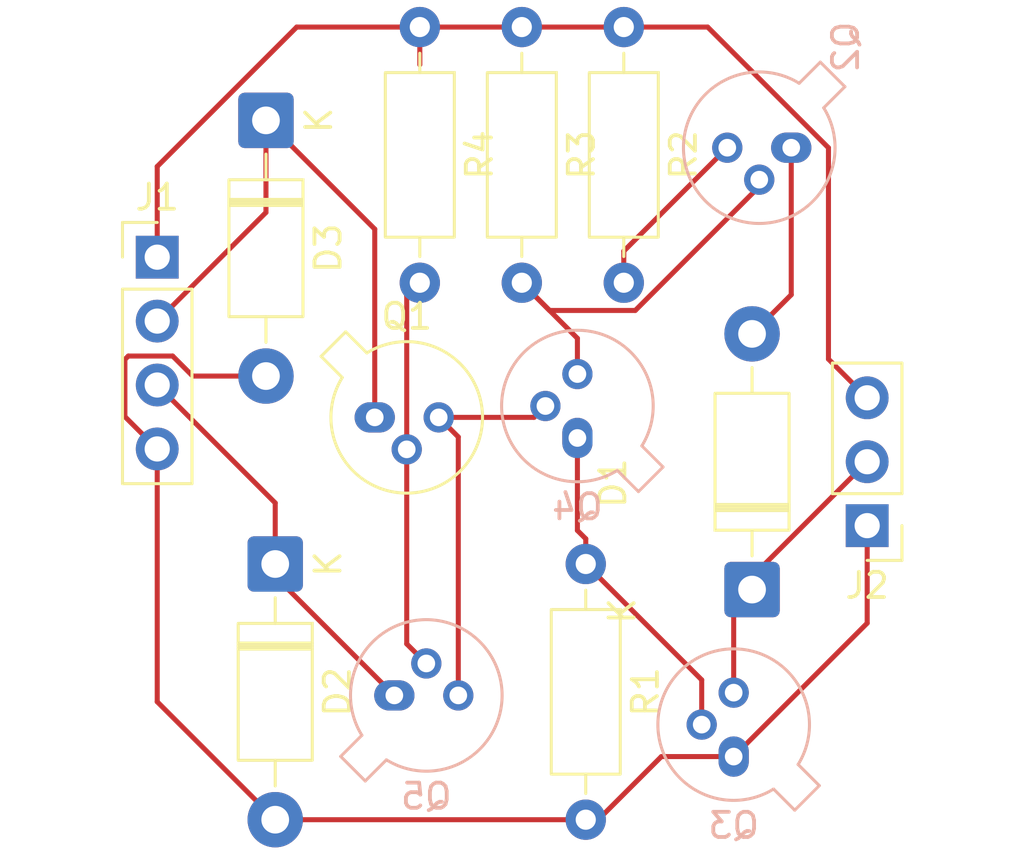
<source format=kicad_pcb>
(kicad_pcb (version 20241229) (generator "pcbnew") (generator_version "9.0")
  (layers (0 "F.Cu" signal) (2 "B.Cu" signal) (13 "F.Paste" user) (15 "B.Paste" user) (5 "F.SilkS" user "F.Silkscreen") (7 "B.SilkS" user "B.Silkscreen") (1 "F.Mask" user) (3 "B.Mask" user) (25 "Edge.Cuts" user))
  (net 0 "")
  (net 1 "Net-(D1-A)")
  (net 2 "Net-(D1-K)")
  (net 3 "Net-(Q1-C)")
  (net 4 "Net-(Q1-B)")
  (net 5 "+5V")
  (net 6 "Net-(Q2-C)")
  (net 7 "Net-(Q2-B)")
  (net 8 "Net-(Q3-B)")
  (net 9 "GND")
  (net 10 "Net-(D2-K)")
  (net 11 "Net-(D3-K)")
  (footprint "Package_TO_SOT_THT:TO-18-3" (layer "F.Cu") (at 22.593961 28.717961)
    (property "Reference" "Q1" (at 1.27 -4.01 0) (layer "F.SilkS"))
    (property "Value" "BC107" (hide yes))
    (fp_line (start -2.130108 -2.424301) (end -1.289618 -1.583811) (stroke (width 0.12)) (layer "F.SilkS"))
    (fp_line (start -1.154301 -3.400108) (end -2.130108 -2.424301) (stroke (width 0.12)) (layer "F.SilkS"))
    (fp_line (start -0.313811 -2.559618) (end -1.154301 -3.400108) (stroke (width 0.12)) (layer "F.SilkS"))
    (fp_arc (start -0.313811 -2.559618) (mid 3.398391 2.128391) (end -1.289618 -1.583811) (stroke (width 0.12)) (layer "F.SilkS"))
    (pad "1" thru_hole oval (at 0 0) (size 1.6 1.2) (drill 0.7) (layers "*.Cu" "*.Mask") (net 11 "Net-(D3-K)"))
    (pad "2" thru_hole circle (at 1.27 1.27) (size 1.2 1.2) (drill 0.7) (layers "*.Cu" "*.Mask") (net 4 "Net-(Q1-B)"))
    (pad "3" thru_hole circle (at 2.54 0) (size 1.2 1.2) (drill 0.7) (layers "*.Cu" "*.Mask") (net 3 "Net-(Q1-C)"))
  )
  (footprint "Resistor_THT:R_Axial_DIN0207_L6.3mm_D2.5mm_P10.16mm_Horizontal" (layer "F.Cu") (at 24.384 13.208 -90)
    (property "Reference" "R4" (at 5.08 -2.37 90) (layer "F.SilkS"))
    (property "Value" "4 K")
    (fp_line (start 1.04 0) (end 1.81 0) (stroke (width 0.12)) (layer "F.SilkS"))
    (fp_line (start 9.12 0) (end 8.35 0) (stroke (width 0.12)) (layer "F.SilkS"))
    (fp_rect (start 1.81 -1.37) (end 8.35 1.37) (stroke (width 0.12)) (fill no) (layer "F.SilkS"))
    (pad "1" thru_hole circle (at 0 0 270) (size 1.6 1.6) (drill 0.8) (layers "*.Cu" "*.Mask") (net 5 "+5V"))
    (pad "2" thru_hole circle (at 10.16 0 270) (size 1.6 1.6) (drill 0.8) (layers "*.Cu" "*.Mask") (net 4 "Net-(Q1-B)"))
  )
  (footprint "Connector_PinHeader_2.54mm:PinHeader_1x03_P2.54mm_Vertical" (layer "F.Cu") (at 42.15 33.02 180)
    (property "Reference" "J2" (at 0 -2.38 0) (layer "F.SilkS"))
    (property "Value" "Conn_01x03_Pin")
    (fp_line (start 1.38 1.27) (end 1.38 6.46) (stroke (width 0.12)) (layer "F.SilkS"))
    (fp_line (start -1.38 6.46) (end 1.38 6.46) (stroke (width 0.12)) (layer "F.SilkS"))
    (fp_line (start -1.38 1.27) (end 1.38 1.27) (stroke (width 0.12)) (layer "F.SilkS"))
    (fp_line (start -1.38 1.27) (end -1.38 6.46) (stroke (width 0.12)) (layer "F.SilkS"))
    (fp_line (start -1.38 0) (end -1.38 -1.38) (stroke (width 0.12)) (layer "F.SilkS"))
    (fp_line (start -1.38 -1.38) (end 0 -1.38) (stroke (width 0.12)) (layer "F.SilkS"))
    (pad "1" thru_hole rect (at 0 0 180) (size 1.7 1.7) (drill 1) (layers "*.Cu" "*.Mask") (net 9 "GND"))
    (pad "2" thru_hole circle (at 0 2.54 180) (size 1.7 1.7) (drill 1) (layers "*.Cu" "*.Mask") (net 2 "Net-(D1-K)"))
    (pad "3" thru_hole circle (at 0 5.08 180) (size 1.7 1.7) (drill 1) (layers "*.Cu" "*.Mask") (net 5 "+5V"))
  )
  (footprint "Resistor_THT:R_Axial_DIN0207_L6.3mm_D2.5mm_P10.16mm_Horizontal" (layer "F.Cu") (at 30.974 34.544 -90)
    (property "Reference" "R1" (at 5.08 -2.37 90) (layer "F.SilkS"))
    (property "Value" "1K")
    (fp_line (start 1.04 0) (end 1.81 0) (stroke (width 0.12)) (layer "F.SilkS"))
    (fp_line (start 9.12 0) (end 8.35 0) (stroke (width 0.12)) (layer "F.SilkS"))
    (fp_rect (start 1.81 -1.37) (end 8.35 1.37) (stroke (width 0.12)) (fill no) (layer "F.SilkS"))
    (pad "1" thru_hole circle (at 0 0 270) (size 1.6 1.6) (drill 0.8) (layers "*.Cu" "*.Mask") (net 8 "Net-(Q3-B)"))
    (pad "2" thru_hole circle (at 10.16 0 270) (size 1.6 1.6) (drill 0.8) (layers "*.Cu" "*.Mask") (net 9 "GND"))
  )
  (footprint "Diode_THT:D_DO-41_SOD81_P10.16mm_Horizontal" (layer "F.Cu") (at 18.642 34.544 -90)
    (property "Reference" "D2" (at 5.08 -2.47 90) (layer "F.SilkS"))
    (property "Value" "1N4007")
    (fp_line (start 1.34 0) (end 2.36 0) (stroke (width 0.12)) (layer "F.SilkS"))
    (fp_line (start 8.82 0) (end 7.8 0) (stroke (width 0.12)) (layer "F.SilkS"))
    (fp_line (start 3.14 -1.47) (end 3.14 1.47) (stroke (width 0.12)) (layer "F.SilkS"))
    (fp_line (start 3.26 -1.47) (end 3.26 1.47) (stroke (width 0.12)) (layer "F.SilkS"))
    (fp_line (start 3.38 -1.47) (end 3.38 1.47) (stroke (width 0.12)) (layer "F.SilkS"))
    (fp_rect (start 2.36 -1.47) (end 7.8 1.47) (stroke (width 0.12)) (fill no) (layer "F.SilkS"))
    (fp_text user "K" (at 0 -2.1 90) (layer "F.SilkS"))
    (pad "1" thru_hole roundrect (at 0 0 270) (size 2.2 2.2) (drill 1.1) (layers "*.Cu" "*.Mask") (roundrect_rratio 0.113636) (net 10 "Net-(D2-K)"))
    (pad "2" thru_hole circle (at 10.16 0 270) (size 2.2 2.2) (drill 1.1) (layers "*.Cu" "*.Mask") (net 9 "GND"))
  )
  (footprint "Diode_THT:D_DO-41_SOD81_P10.16mm_Horizontal" (layer "F.Cu") (at 37.578 35.56 90)
    (property "Reference" "D1" (at 4.232 -5.526 90) (layer "F.SilkS"))
    (property "Value" "1N4007")
    (fp_line (start 3.38 -1.47) (end 3.38 1.47) (stroke (width 0.12)) (layer "F.SilkS"))
    (fp_line (start 3.26 -1.47) (end 3.26 1.47) (stroke (width 0.12)) (layer "F.SilkS"))
    (fp_line (start 3.14 -1.47) (end 3.14 1.47) (stroke (width 0.12)) (layer "F.SilkS"))
    (fp_line (start 8.82 0) (end 7.8 0) (stroke (width 0.12)) (layer "F.SilkS"))
    (fp_line (start 1.34 0) (end 2.36 0) (stroke (width 0.12)) (layer "F.SilkS"))
    (fp_rect (start 2.36 -1.47) (end 7.8 1.47) (stroke (width 0.12)) (fill no) (layer "F.SilkS"))
    (fp_text user "K" (at -0.848 -5.156 90) (layer "F.SilkS"))
    (pad "1" thru_hole roundrect (at 0 0 90) (size 2.2 2.2) (drill 1.1) (layers "*.Cu" "*.Mask") (roundrect_rratio 0.113636) (net 2 "Net-(D1-K)"))
    (pad "2" thru_hole circle (at 10.16 0 90) (size 2.2 2.2) (drill 1.1) (layers "*.Cu" "*.Mask") (net 1 "Net-(D1-A)"))
  )
  (footprint "Diode_THT:D_DO-41_SOD81_P10.16mm_Horizontal" (layer "F.Cu") (at 18.274 16.916 -90)
    (property "Reference" "D3" (at 5.08 -2.47 90) (layer "F.SilkS"))
    (property "Value" "1N4007")
    (fp_line (start 1.34 0) (end 2.36 0) (stroke (width 0.12)) (layer "F.SilkS"))
    (fp_line (start 8.82 0) (end 7.8 0) (stroke (width 0.12)) (layer "F.SilkS"))
    (fp_line (start 3.14 -1.47) (end 3.14 1.47) (stroke (width 0.12)) (layer "F.SilkS"))
    (fp_line (start 3.26 -1.47) (end 3.26 1.47) (stroke (width 0.12)) (layer "F.SilkS"))
    (fp_line (start 3.38 -1.47) (end 3.38 1.47) (stroke (width 0.12)) (layer "F.SilkS"))
    (fp_rect (start 2.36 -1.47) (end 7.8 1.47) (stroke (width 0.12)) (fill no) (layer "F.SilkS"))
    (fp_text user "K" (at 0 -2.1 90) (layer "F.SilkS"))
    (pad "1" thru_hole roundrect (at 0 0 270) (size 2.2 2.2) (drill 1.1) (layers "*.Cu" "*.Mask") (roundrect_rratio 0.113636) (net 11 "Net-(D3-K)"))
    (pad "2" thru_hole circle (at 10.16 0 270) (size 2.2 2.2) (drill 1.1) (layers "*.Cu" "*.Mask") (net 9 "GND"))
  )
  (footprint "Resistor_THT:R_Axial_DIN0207_L6.3mm_D2.5mm_P10.16mm_Horizontal" (layer "F.Cu") (at 32.484 13.208 -90)
    (property "Reference" "R2" (at 5.08 -2.37 90) (layer "F.SilkS"))
    (property "Value" "130R")
    (fp_line (start 1.04 0) (end 1.81 0) (stroke (width 0.12)) (layer "F.SilkS"))
    (fp_line (start 9.12 0) (end 8.35 0) (stroke (width 0.12)) (layer "F.SilkS"))
    (fp_rect (start 1.81 -1.37) (end 8.35 1.37) (stroke (width 0.12)) (fill no) (layer "F.SilkS"))
    (pad "1" thru_hole circle (at 0 0 270) (size 1.6 1.6) (drill 0.8) (layers "*.Cu" "*.Mask") (net 5 "+5V"))
    (pad "2" thru_hole circle (at 10.16 0 270) (size 1.6 1.6) (drill 0.8) (layers "*.Cu" "*.Mask") (net 6 "Net-(Q2-C)"))
  )
  (footprint "Resistor_THT:R_Axial_DIN0207_L6.3mm_D2.5mm_P10.16mm_Horizontal" (layer "F.Cu") (at 28.434 13.208 -90)
    (property "Reference" "R3" (at 5.08 -2.37 90) (layer "F.SilkS"))
    (property "Value" "1K6")
    (fp_line (start 1.04 0) (end 1.81 0) (stroke (width 0.12)) (layer "F.SilkS"))
    (fp_line (start 9.12 0) (end 8.35 0) (stroke (width 0.12)) (layer "F.SilkS"))
    (fp_rect (start 1.81 -1.37) (end 8.35 1.37) (stroke (width 0.12)) (fill no) (layer "F.SilkS"))
    (pad "1" thru_hole circle (at 0 0 270) (size 1.6 1.6) (drill 0.8) (layers "*.Cu" "*.Mask") (net 5 "+5V"))
    (pad "2" thru_hole circle (at 10.16 0 270) (size 1.6 1.6) (drill 0.8) (layers "*.Cu" "*.Mask") (net 7 "Net-(Q2-B)"))
  )
  (footprint "Connector_PinHeader_2.54mm:PinHeader_1x04_P2.54mm_Vertical" (layer "F.Cu") (at 13.956 22.352)
    (property "Reference" "J1" (at 0 -2.38 0) (layer "F.SilkS"))
    (property "Value" "Conn_01x04_Pin")
    (fp_line (start -1.38 -1.38) (end 0 -1.38) (stroke (width 0.12)) (layer "F.SilkS"))
    (fp_line (start -1.38 0) (end -1.38 -1.38) (stroke (width 0.12)) (layer "F.SilkS"))
    (fp_line (start -1.38 1.27) (end -1.38 9) (stroke (width 0.12)) (layer "F.SilkS"))
    (fp_line (start -1.38 1.27) (end 1.38 1.27) (stroke (width 0.12)) (layer "F.SilkS"))
    (fp_line (start -1.38 9) (end 1.38 9) (stroke (width 0.12)) (layer "F.SilkS"))
    (fp_line (start 1.38 1.27) (end 1.38 9) (stroke (width 0.12)) (layer "F.SilkS"))
    (pad "1" thru_hole rect (at 0 0) (size 1.7 1.7) (drill 1) (layers "*.Cu" "*.Mask") (net 5 "+5V"))
    (pad "2" thru_hole circle (at 0 2.54) (size 1.7 1.7) (drill 1) (layers "*.Cu" "*.Mask") (net 11 "Net-(D3-K)"))
    (pad "3" thru_hole circle (at 0 5.08) (size 1.7 1.7) (drill 1) (layers "*.Cu" "*.Mask") (net 10 "Net-(D2-K)"))
    (pad "4" thru_hole circle (at 0 7.62) (size 1.7 1.7) (drill 1) (layers "*.Cu" "*.Mask") (net 9 "GND"))
  )
  (footprint "Package_TO_SOT_THT:TO-18-3" (layer "B.Cu") (at 30.642 29.536 90)
    (property "Reference" "Q4" (at -2.74 0 0) (layer "B.SilkS") (effects (justify mirror)))
    (property "Value" "BC107")
    (fp_line (start -2.130108 2.424301) (end -1.289618 1.583811) (stroke (width 0.12)) (layer "B.SilkS"))
    (fp_line (start -0.313811 2.559618) (end -1.154301 3.400108) (stroke (width 0.12)) (layer "B.SilkS"))
    (fp_line (start -1.154301 3.400108) (end -2.130108 2.424301) (stroke (width 0.12)) (layer "B.SilkS"))
    (fp_arc (start -1.289618 1.583811) (mid 3.398392 -2.128392) (end -0.313811 2.559618) (stroke (width 0.12)) (layer "B.SilkS"))
    (pad "1" thru_hole oval (at 0 0 90) (size 1.6 1.2) (drill 0.7) (layers "*.Cu" "*.Mask") (net 8 "Net-(Q3-B)"))
    (pad "2" thru_hole circle (at 1.27 -1.27 90) (size 1.2 1.2) (drill 0.7) (layers "*.Cu" "*.Mask") (net 3 "Net-(Q1-C)"))
    (pad "3" thru_hole circle (at 2.54 0 90) (size 1.2 1.2) (drill 0.7) (layers "*.Cu" "*.Mask") (net 7 "Net-(Q2-B)"))
  )
  (footprint "Package_TO_SOT_THT:TO-18-3" (layer "B.Cu") (at 36.848039 42.196039 90)
    (property "Reference" "Q3" (at -2.74 0 0) (layer "B.SilkS") (effects (justify mirror)))
    (property "Value" "BC107")
    (fp_line (start -2.130108 2.424301) (end -1.289618 1.583811) (stroke (width 0.12)) (layer "B.SilkS"))
    (fp_line (start -0.313811 2.559618) (end -1.154301 3.400108) (stroke (width 0.12)) (layer "B.SilkS"))
    (fp_line (start -1.154301 3.400108) (end -2.130108 2.424301) (stroke (width 0.12)) (layer "B.SilkS"))
    (fp_arc (start -1.289618 1.583811) (mid 3.398392 -2.128392) (end -0.313811 2.559618) (stroke (width 0.12)) (layer "B.SilkS"))
    (pad "1" thru_hole oval (at 0 0 90) (size 1.6 1.2) (drill 0.7) (layers "*.Cu" "*.Mask") (net 9 "GND"))
    (pad "2" thru_hole circle (at 1.27 -1.27 90) (size 1.2 1.2) (drill 0.7) (layers "*.Cu" "*.Mask") (net 8 "Net-(Q3-B)"))
    (pad "3" thru_hole circle (at 2.54 0 90) (size 1.2 1.2) (drill 0.7) (layers "*.Cu" "*.Mask") (net 2 "Net-(D1-K)"))
  )
  (footprint "Package_TO_SOT_THT:TO-18-3" (layer "B.Cu") (at 23.372 39.766)
    (property "Reference" "Q5" (at 1.27 4.01 0) (layer "B.SilkS") (effects (justify mirror)))
    (property "Value" "BC107")
    (fp_line (start -2.130108 2.424301) (end -1.289618 1.583811) (stroke (width 0.12)) (layer "B.SilkS"))
    (fp_line (start -1.154301 3.400108) (end -2.130108 2.424301) (stroke (width 0.12)) (layer "B.SilkS"))
    (fp_line (start -0.313811 2.559618) (end -1.154301 3.400108) (stroke (width 0.12)) (layer "B.SilkS"))
    (fp_arc (start -1.289618 1.583811) (mid 3.398392 -2.128392) (end -0.313811 2.559618) (stroke (width 0.12)) (layer "B.SilkS"))
    (pad "1" thru_hole oval (at 0 0) (size 1.6 1.2) (drill 0.7) (layers "*.Cu" "*.Mask") (net 10 "Net-(D2-K)"))
    (pad "2" thru_hole circle (at 1.27 -1.27) (size 1.2 1.2) (drill 0.7) (layers "*.Cu" "*.Mask") (net 4 "Net-(Q1-B)"))
    (pad "3" thru_hole circle (at 2.54 0) (size 1.2 1.2) (drill 0.7) (layers "*.Cu" "*.Mask") (net 3 "Net-(Q1-C)"))
  )
  (footprint "Package_TO_SOT_THT:TO-18-3" (layer "B.Cu") (at 39.134039 18.001961 180)
    (property "Reference" "Q2" (at -2.16 4 90) (layer "B.SilkS") (effects (justify mirror)))
    (property "Value" "BC107")
    (fp_line (start -0.313811 2.559618) (end -1.154301 3.400108) (stroke (width 0.12)) (layer "B.SilkS"))
    (fp_line (start -1.154301 3.400108) (end -2.130108 2.424301) (stroke (width 0.12)) (layer "B.SilkS"))
    (fp_line (start -2.130108 2.424301) (end -1.289618 1.583811) (stroke (width 0.12)) (layer "B.SilkS"))
    (fp_arc (start -1.289618 1.583811) (mid 3.398392 -2.128392) (end -0.313811 2.559618) (stroke (width 0.12)) (layer "B.SilkS"))
    (pad "1" thru_hole oval (at 0 0 180) (size 1.6 1.2) (drill 0.7) (layers "*.Cu" "*.Mask") (net 1 "Net-(D1-A)"))
    (pad "2" thru_hole circle (at 1.27 -1.27 180) (size 1.2 1.2) (drill 0.7) (layers "*.Cu" "*.Mask") (net 7 "Net-(Q2-B)"))
    (pad "3" thru_hole circle (at 2.54 0 180) (size 1.2 1.2) (drill 0.7) (layers "*.Cu" "*.Mask") (net 6 "Net-(Q2-C)"))
  )
  (segment (start 39.134039 23.843961) (end 39.134039 18.001961) (width 0.2) (layer "F.Cu") (net 1))
  (segment (start 37.578 25.4) (end 39.134039 23.843961) (width 0.2) (layer "F.Cu") (net 1))
  (segment (start 37.578 35.052) (end 42.15 30.48) (width 0.2) (layer "F.Cu") (net 2))
  (segment (start 36.848039 39.656039) (end 36.848039 36.289961) (width 0.2) (layer "F.Cu") (net 2))
  (segment (start 37.578 35.56) (end 37.578 35.052) (width 0.2) (layer "F.Cu") (net 2))
  (segment (start 36.848039 36.289961) (end 37.578 35.56) (width 0.2) (layer "F.Cu") (net 2))
  (segment (start 28.920039 28.717961) (end 29.372 28.266) (width 0.2) (layer "F.Cu") (net 3))
  (segment (start 25.912 29.496) (end 25.133961 28.717961) (width 0.2) (layer "F.Cu") (net 3))
  (segment (start 25.133961 28.717961) (end 28.920039 28.717961) (width 0.2) (layer "F.Cu") (net 3))
  (segment (start 25.912 39.766) (end 25.912 29.496) (width 0.2) (layer "F.Cu") (net 3))
  (segment (start 23.863961 29.987961) (end 23.863961 23.888039) (width 0.2) (layer "F.Cu") (net 4))
  (segment (start 24.384 23.158) (end 24.384 23.368) (width 0.2) (layer "F.Cu") (net 4))
  (segment (start 23.863961 37.717961) (end 24.642 38.496) (width 0.2) (layer "F.Cu") (net 4))
  (segment (start 23.863961 29.987961) (end 23.863961 37.717961) (width 0.2) (layer "F.Cu") (net 4))
  (segment (start 23.863961 23.888039) (end 24.384 23.368) (width 0.2) (layer "F.Cu") (net 4))
  (segment (start 19.49584 13.208) (end 24.384 13.208) (width 0.2) (layer "F.Cu") (net 5))
  (segment (start 40.612 18.005716) (end 40.612 26.402) (width 0.2) (layer "F.Cu") (net 5))
  (segment (start 40.612 26.402) (end 42.15 27.94) (width 0.2) (layer "F.Cu") (net 5))
  (segment (start 13.956 22.352) (end 13.956 18.74784) (width 0.2) (layer "F.Cu") (net 5))
  (segment (start 35.814284 13.208) (end 40.612 18.005716) (width 0.2) (layer "F.Cu") (net 5))
  (segment (start 24.384 13.208) (end 28.434 13.208) (width 0.2) (layer "F.Cu") (net 5))
  (segment (start 28.434 13.208) (end 32.484 13.208) (width 0.2) (layer "F.Cu") (net 5))
  (segment (start 13.956 18.74784) (end 19.49584 13.208) (width 0.2) (layer "F.Cu") (net 5))
  (segment (start 32.484 13.208) (end 35.814284 13.208) (width 0.2) (layer "F.Cu") (net 5))
  (segment (start 24.384 14.704) (end 24.384 13.208) (width 0.2) (layer "F.Cu") (net 5))
  (segment (start 32.545961 23.429961) (end 32.484 23.368) (width 0.2) (layer "F.Cu") (net 6))
  (segment (start 32.484 22.112) (end 36.594039 18.001961) (width 0.2) (layer "F.Cu") (net 6))
  (segment (start 32.484 23.368) (end 32.484 22.112) (width 0.2) (layer "F.Cu") (net 6))
  (segment (start 32.94005 24.469) (end 29.535 24.469) (width 0.2) (layer "F.Cu") (net 7))
  (segment (start 29.535 24.469) (end 28.434 23.368) (width 0.2) (layer "F.Cu") (net 7))
  (segment (start 37.864039 19.271961) (end 37.864039 19.545011) (width 0.2) (layer "F.Cu") (net 7))
  (segment (start 37.864039 19.545011) (end 32.94005 24.469) (width 0.2) (layer "F.Cu") (net 7))
  (segment (start 30.642 26.996) (end 30.642 25.576) (width 0.2) (layer "F.Cu") (net 7))
  (segment (start 30.642 25.576) (end 28.434 23.368) (width 0.2) (layer "F.Cu") (net 7))
  (segment (start 35.578039 39.148039) (end 30.974 34.544) (width 0.2) (layer "F.Cu") (net 8))
  (segment (start 30.974 34.544) (end 30.974 33.542) (width 0.2) (layer "F.Cu") (net 8))
  (segment (start 31.204 34.544) (end 30.974 34.544) (width 0.2) (layer "F.Cu") (net 8))
  (segment (start 30.642 33.21) (end 30.642 29.536) (width 0.2) (layer "F.Cu") (net 8))
  (segment (start 30.974 33.542) (end 30.642 33.21) (width 0.2) (layer "F.Cu") (net 8))
  (segment (start 35.578039 40.926039) (end 35.578039 39.148039) (width 0.2) (layer "F.Cu") (net 8))
  (segment (start 18.274 27.076) (end 15.364 27.076) (width 0.2) (layer "F.Cu") (net 9))
  (segment (start 31.468 44.704) (end 33.975961 42.196039) (width 0.2) (layer "F.Cu") (net 9))
  (segment (start 42.15 36.894078) (end 42.15 33.02) (width 0.2) (layer "F.Cu") (net 9))
  (segment (start 12.807 26.281) (end 12.672 26.416) (width 0.2) (layer "F.Cu") (net 9))
  (segment (start 33.975961 42.196039) (end 36.848039 42.196039) (width 0.2) (layer "F.Cu") (net 9))
  (segment (start 14.569 26.281) (end 12.807 26.281) (width 0.2) (layer "F.Cu") (net 9))
  (segment (start 30.974 44.704) (end 31.468 44.704) (width 0.2) (layer "F.Cu") (net 9))
  (segment (start 13.956 40.018) (end 13.956 29.972) (width 0.2) (layer "F.Cu") (net 9))
  (segment (start 12.672 28.688) (end 13.956 29.972) (width 0.2) (layer "F.Cu") (net 9))
  (segment (start 12.672 26.416) (end 12.672 28.688) (width 0.2) (layer "F.Cu") (net 9))
  (segment (start 15.364 27.076) (end 14.569 26.281) (width 0.2) (layer "F.Cu") (net 9))
  (segment (start 36.848039 42.196039) (end 42.15 36.894078) (width 0.2) (layer "F.Cu") (net 9))
  (segment (start 18.642 44.704) (end 30.974 44.704) (width 0.2) (layer "F.Cu") (net 9))
  (segment (start 18.642 44.704) (end 13.956 40.018) (width 0.2) (layer "F.Cu") (net 9))
  (segment (start 18.642 34.544) (end 18.642 35.036) (width 0.2) (layer "F.Cu") (net 10))
  (segment (start 19.102 34.544) (end 18.642 34.544) (width 0.2) (layer "F.Cu") (net 10))
  (segment (start 18.642 32.118) (end 18.642 34.544) (width 0.2) (layer "F.Cu") (net 10))
  (segment (start 13.956 27.432) (end 18.642 32.118) (width 0.2) (layer "F.Cu") (net 10))
  (segment (start 18.642 35.036) (end 23.372 39.766) (width 0.2) (layer "F.Cu") (net 10))
  (segment (start 22.593961 21.235961) (end 18.274 16.916) (width 0.2) (layer "F.Cu") (net 11))
  (segment (start 22.593961 28.717961) (end 22.593961 21.235961) (width 0.2) (layer "F.Cu") (net 11))
  (segment (start 18.274 20.574) (end 18.274 16.916) (width 0.2) (layer "F.Cu") (net 11))
  (segment (start 13.956 24.892) (end 18.274 20.574) (width 0.2) (layer "F.Cu") (net 11))
)
</source>
